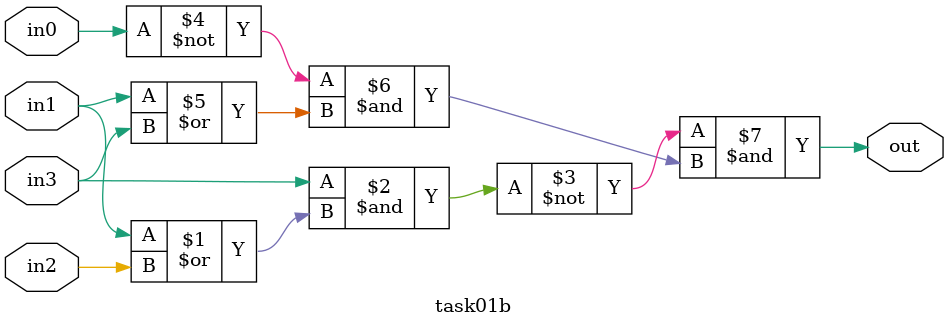
<source format=v>
module task01b(
	output out,
	input in0,
	input in1,
	input in2,
	input in3
);

	// TODO
	assign out = ~(in3 & (in1 | in2)) & (~in0 & (in1 | in3));

endmodule

</source>
